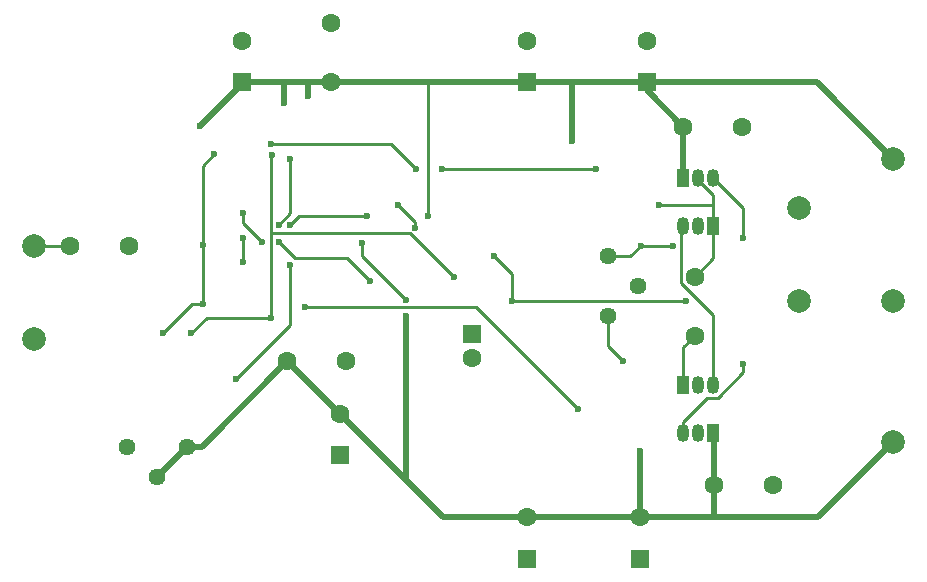
<source format=gbr>
G04 #@! TF.GenerationSoftware,KiCad,Pcbnew,(5.1.9-0-10_14)*
G04 #@! TF.CreationDate,2021-01-24T16:16:14+01:00*
G04 #@! TF.ProjectId,pre-amp-discret,7072652d-616d-4702-9d64-697363726574,rev?*
G04 #@! TF.SameCoordinates,Original*
G04 #@! TF.FileFunction,Copper,L2,Bot*
G04 #@! TF.FilePolarity,Positive*
%FSLAX46Y46*%
G04 Gerber Fmt 4.6, Leading zero omitted, Abs format (unit mm)*
G04 Created by KiCad (PCBNEW (5.1.9-0-10_14)) date 2021-01-24 16:16:14*
%MOMM*%
%LPD*%
G01*
G04 APERTURE LIST*
G04 #@! TA.AperFunction,ComponentPad*
%ADD10C,1.440000*%
G04 #@! TD*
G04 #@! TA.AperFunction,ComponentPad*
%ADD11C,1.600000*%
G04 #@! TD*
G04 #@! TA.AperFunction,ComponentPad*
%ADD12R,1.050000X1.500000*%
G04 #@! TD*
G04 #@! TA.AperFunction,ComponentPad*
%ADD13O,1.050000X1.500000*%
G04 #@! TD*
G04 #@! TA.AperFunction,ComponentPad*
%ADD14R,1.600000X1.600000*%
G04 #@! TD*
G04 #@! TA.AperFunction,ComponentPad*
%ADD15C,2.000000*%
G04 #@! TD*
G04 #@! TA.AperFunction,ViaPad*
%ADD16C,0.600000*%
G04 #@! TD*
G04 #@! TA.AperFunction,Conductor*
%ADD17C,0.500000*%
G04 #@! TD*
G04 #@! TA.AperFunction,Conductor*
%ADD18C,0.250000*%
G04 #@! TD*
G04 APERTURE END LIST*
D10*
X133350000Y-134239000D03*
X135890000Y-136779000D03*
X138430000Y-134239000D03*
X174117000Y-123190000D03*
X176657000Y-120650000D03*
X174117000Y-118110000D03*
D11*
X180467000Y-107124500D03*
X185467000Y-107124500D03*
X181419500Y-119824500D03*
X181419500Y-124824500D03*
D12*
X183007000Y-133096000D03*
D13*
X180467000Y-133096000D03*
X181737000Y-133096000D03*
D12*
X180467000Y-111506000D03*
D13*
X183007000Y-111506000D03*
X181737000Y-111506000D03*
D12*
X180467000Y-129032000D03*
D13*
X183007000Y-129032000D03*
X181737000Y-129032000D03*
D12*
X183007000Y-115570000D03*
D13*
X180467000Y-115570000D03*
X181737000Y-115570000D03*
D11*
X177355500Y-99878000D03*
D14*
X177355500Y-103378000D03*
D11*
X167259000Y-140208000D03*
D14*
X167259000Y-143708000D03*
D11*
X167259000Y-99878000D03*
D14*
X167259000Y-103378000D03*
D11*
X162560000Y-126714000D03*
D14*
X162560000Y-124714000D03*
D11*
X151384000Y-131445000D03*
D14*
X151384000Y-134945000D03*
D11*
X143129000Y-99878000D03*
D14*
X143129000Y-103378000D03*
D11*
X176784000Y-140208000D03*
D14*
X176784000Y-143708000D03*
D11*
X151939000Y-127000000D03*
X146939000Y-127000000D03*
X150622000Y-103378000D03*
X150622000Y-98378000D03*
X188070500Y-137477500D03*
X183070500Y-137477500D03*
D15*
X190246000Y-114046000D03*
X190246000Y-121920000D03*
X198247000Y-121920000D03*
X125476000Y-117221000D03*
X198183500Y-133858000D03*
X125476000Y-125095000D03*
X198247000Y-109855000D03*
D11*
X128524000Y-117221000D03*
X133524000Y-117221000D03*
D16*
X171069000Y-108331000D03*
X158877000Y-114681000D03*
X148717000Y-104521000D03*
X146685000Y-105156000D03*
X139573000Y-107061000D03*
X139763500Y-122123200D03*
X136398000Y-124587000D03*
X140716000Y-109474000D03*
X176784000Y-134620000D03*
X156972000Y-123190000D03*
X153289000Y-116967000D03*
X157010100Y-121803000D03*
X145592800Y-123304300D03*
X145605500Y-109512100D03*
X138811000Y-124587000D03*
X161036000Y-119888000D03*
X180721000Y-121920000D03*
X165989000Y-121920000D03*
X164465000Y-118110000D03*
X153938547Y-120221572D03*
X146227800Y-116903500D03*
X144792700Y-116890800D03*
X143154400Y-114414300D03*
X146217800Y-115430300D03*
X143173200Y-118586500D03*
X143192500Y-116547900D03*
X147193000Y-109842300D03*
X178435000Y-113792000D03*
X171577000Y-131064000D03*
X148463000Y-122428000D03*
X176847500Y-117221000D03*
X179578000Y-117221000D03*
X175387000Y-127000000D03*
X185547000Y-116522500D03*
X173101000Y-110744000D03*
X160020000Y-110744000D03*
X157861000Y-110744000D03*
X145562400Y-108564600D03*
X185547000Y-127254000D03*
X157734000Y-115697000D03*
X156328058Y-113783058D03*
X153670000Y-114681000D03*
X147193000Y-115443000D03*
X147193000Y-118872000D03*
X142621000Y-128524000D03*
X139763500Y-117157500D03*
D17*
X191770000Y-103378000D02*
X198247000Y-109855000D01*
X177355500Y-103378000D02*
X191770000Y-103378000D01*
X177355500Y-104013000D02*
X180467000Y-107124500D01*
X177355500Y-103378000D02*
X177355500Y-104013000D01*
X180467000Y-107124500D02*
X180467000Y-111506000D01*
X167259000Y-103378000D02*
X158750000Y-103378000D01*
X171069000Y-103505000D02*
X170942000Y-103378000D01*
X171069000Y-108331000D02*
X171069000Y-103505000D01*
X170942000Y-103378000D02*
X167259000Y-103378000D01*
X177355500Y-103378000D02*
X170942000Y-103378000D01*
D18*
X158877000Y-103505000D02*
X158750000Y-103378000D01*
X158877000Y-114681000D02*
X158877000Y-103505000D01*
D17*
X146685000Y-105156000D02*
X146685000Y-103505000D01*
X158750000Y-103378000D02*
X150114000Y-103378000D01*
X148717000Y-103505000D02*
X148844000Y-103378000D01*
X148717000Y-104521000D02*
X148717000Y-103505000D01*
X148844000Y-103378000D02*
X143129000Y-103378000D01*
X150114000Y-103378000D02*
X148844000Y-103378000D01*
X143129000Y-103505000D02*
X139573000Y-107061000D01*
X143129000Y-103378000D02*
X143129000Y-103505000D01*
D18*
X125476000Y-117221000D02*
X128524000Y-117221000D01*
X138861800Y-122123200D02*
X136398000Y-124587000D01*
X139763500Y-122123200D02*
X138861800Y-122123200D01*
X140716000Y-109474000D02*
X139763500Y-110426500D01*
X139763500Y-117157500D02*
X139763500Y-122123200D01*
X139763500Y-110426500D02*
X139763500Y-117157500D01*
D17*
X191833500Y-140208000D02*
X198183500Y-133858000D01*
X183070500Y-133159500D02*
X183007000Y-133096000D01*
X183070500Y-137477500D02*
X183070500Y-133159500D01*
X183070500Y-137477500D02*
X183070500Y-140017500D01*
X183261000Y-140208000D02*
X191833500Y-140208000D01*
X183070500Y-140017500D02*
X183261000Y-140208000D01*
X176784000Y-140208000D02*
X183261000Y-140208000D01*
X176784000Y-140208000D02*
X167259000Y-140208000D01*
X176784000Y-140208000D02*
X176784000Y-134620000D01*
X160147000Y-140208000D02*
X167259000Y-140208000D01*
X156972000Y-137033000D02*
X160147000Y-140208000D01*
X156972000Y-123190000D02*
X156972000Y-137033000D01*
X146939000Y-127000000D02*
X156972000Y-137033000D01*
D18*
X153289000Y-118081900D02*
X157010100Y-121803000D01*
X153289000Y-116967000D02*
X153289000Y-118081900D01*
D17*
X135890000Y-136779000D02*
X138430000Y-134239000D01*
X139700000Y-134239000D02*
X146939000Y-127000000D01*
X138430000Y-134239000D02*
X139700000Y-134239000D01*
D18*
X145592800Y-109524800D02*
X145605500Y-109512100D01*
X145592800Y-116166900D02*
X145592800Y-109524800D01*
X145592800Y-123304300D02*
X145592800Y-116166900D01*
X140093700Y-123304300D02*
X138811000Y-124587000D01*
X145592800Y-123304300D02*
X140093700Y-123304300D01*
X157314900Y-116166900D02*
X145592800Y-116166900D01*
X161036000Y-119888000D02*
X157314900Y-116166900D01*
X180721000Y-121920000D02*
X170497500Y-121920000D01*
X170497500Y-121920000D02*
X165989000Y-121920000D01*
X165989000Y-119634000D02*
X164465000Y-118110000D01*
X165989000Y-121920000D02*
X165989000Y-119634000D01*
X143167100Y-115265200D02*
X144792700Y-116890800D01*
X143167100Y-114427000D02*
X143154400Y-114414300D01*
X143167100Y-115265200D02*
X143167100Y-114427000D01*
X147571299Y-118246999D02*
X146227800Y-116903500D01*
X151963974Y-118246999D02*
X147571299Y-118246999D01*
X153938547Y-120221572D02*
X151963974Y-118246999D01*
X143179800Y-118579900D02*
X143173200Y-118586500D01*
X143192500Y-118567200D02*
X143173200Y-118586500D01*
X143192500Y-116547900D02*
X143192500Y-118567200D01*
X146217800Y-115430300D02*
X147193000Y-114455100D01*
X147193000Y-114455100D02*
X147193000Y-109842300D01*
X183007000Y-118237000D02*
X183007000Y-115570000D01*
X181419500Y-119824500D02*
X183007000Y-118237000D01*
X181737000Y-111663095D02*
X181737000Y-111506000D01*
X183007000Y-112933095D02*
X181737000Y-111663095D01*
X183007000Y-113792000D02*
X178435000Y-113792000D01*
X183007000Y-115570000D02*
X183007000Y-113792000D01*
X183007000Y-113792000D02*
X183007000Y-112933095D01*
X180467000Y-125777000D02*
X180467000Y-129032000D01*
X181419500Y-124824500D02*
X180467000Y-125777000D01*
X171577000Y-131064000D02*
X162941000Y-122428000D01*
X162941000Y-122428000D02*
X148463000Y-122428000D01*
X183007000Y-123077002D02*
X180294499Y-120364501D01*
X180294499Y-115742501D02*
X180467000Y-115570000D01*
X180294499Y-120364501D02*
X180294499Y-115742501D01*
X183007000Y-129032000D02*
X183007000Y-123077002D01*
X175958500Y-118110000D02*
X176847500Y-117221000D01*
X174117000Y-118110000D02*
X175958500Y-118110000D01*
X176847500Y-117221000D02*
X179578000Y-117221000D01*
X174117000Y-125730000D02*
X175387000Y-127000000D01*
X174117000Y-123190000D02*
X174117000Y-125730000D01*
X185547000Y-114046000D02*
X185547000Y-116522500D01*
X183007000Y-111506000D02*
X185547000Y-114046000D01*
X173101000Y-110744000D02*
X160020000Y-110744000D01*
X157861000Y-110744000D02*
X155702000Y-108585000D01*
X145582800Y-108585000D02*
X145562400Y-108564600D01*
X155702000Y-108585000D02*
X145582800Y-108585000D01*
X185547000Y-127919095D02*
X185547000Y-127254000D01*
X182455990Y-130107010D02*
X183359085Y-130107010D01*
X180467000Y-132096000D02*
X182455990Y-130107010D01*
X183359085Y-130107010D02*
X185547000Y-127919095D01*
X180467000Y-133096000D02*
X180467000Y-132096000D01*
X157734000Y-115189000D02*
X156328058Y-113783058D01*
X157734000Y-115697000D02*
X157734000Y-115189000D01*
X147955000Y-114681000D02*
X147193000Y-115443000D01*
X153670000Y-114681000D02*
X147955000Y-114681000D01*
X147193000Y-123952000D02*
X142621000Y-128524000D01*
X147193000Y-118872000D02*
X147193000Y-123952000D01*
M02*

</source>
